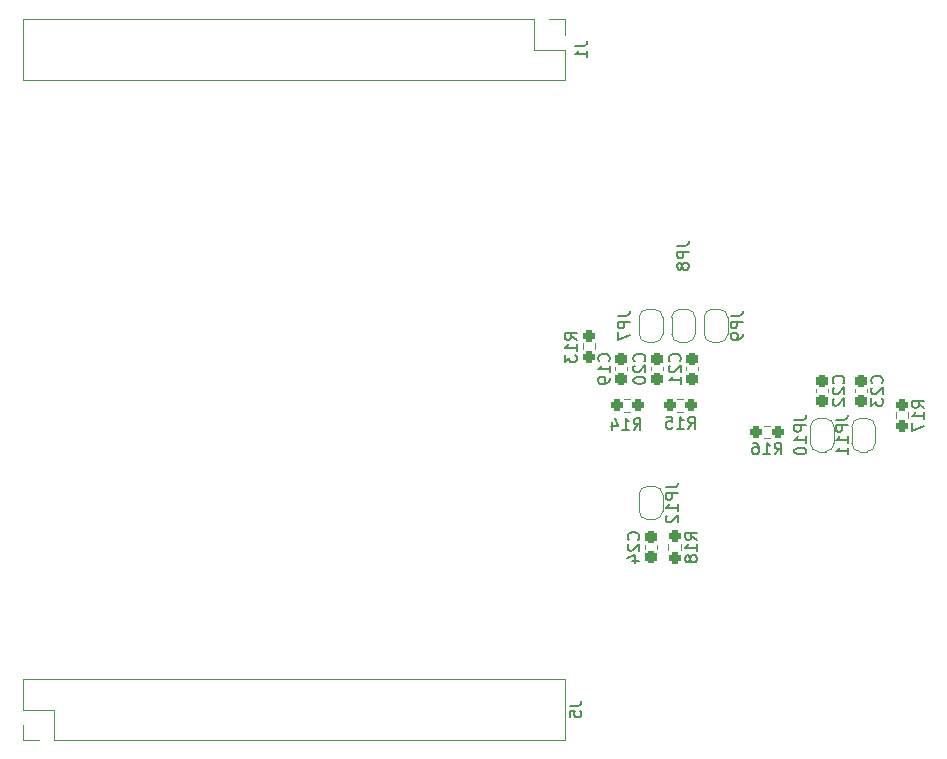
<source format=gbr>
G04 #@! TF.GenerationSoftware,KiCad,Pcbnew,7.0.10-7.0.10~ubuntu22.04.1*
G04 #@! TF.CreationDate,2024-01-06T14:45:44-05:00*
G04 #@! TF.ProjectId,Teensy41_DualMotor,5465656e-7379-4343-915f-4475616c4d6f,1*
G04 #@! TF.SameCoordinates,Original*
G04 #@! TF.FileFunction,Legend,Bot*
G04 #@! TF.FilePolarity,Positive*
%FSLAX46Y46*%
G04 Gerber Fmt 4.6, Leading zero omitted, Abs format (unit mm)*
G04 Created by KiCad (PCBNEW 7.0.10-7.0.10~ubuntu22.04.1) date 2024-01-06 14:45:44*
%MOMM*%
%LPD*%
G01*
G04 APERTURE LIST*
G04 Aperture macros list*
%AMRoundRect*
0 Rectangle with rounded corners*
0 $1 Rounding radius*
0 $2 $3 $4 $5 $6 $7 $8 $9 X,Y pos of 4 corners*
0 Add a 4 corners polygon primitive as box body*
4,1,4,$2,$3,$4,$5,$6,$7,$8,$9,$2,$3,0*
0 Add four circle primitives for the rounded corners*
1,1,$1+$1,$2,$3*
1,1,$1+$1,$4,$5*
1,1,$1+$1,$6,$7*
1,1,$1+$1,$8,$9*
0 Add four rect primitives between the rounded corners*
20,1,$1+$1,$2,$3,$4,$5,0*
20,1,$1+$1,$4,$5,$6,$7,0*
20,1,$1+$1,$6,$7,$8,$9,0*
20,1,$1+$1,$8,$9,$2,$3,0*%
%AMFreePoly0*
4,1,19,0.500000,-0.750000,0.000000,-0.750000,0.000000,-0.744911,-0.071157,-0.744911,-0.207708,-0.704816,-0.327430,-0.627875,-0.420627,-0.520320,-0.479746,-0.390866,-0.500000,-0.250000,-0.500000,0.250000,-0.479746,0.390866,-0.420627,0.520320,-0.327430,0.627875,-0.207708,0.704816,-0.071157,0.744911,0.000000,0.744911,0.000000,0.750000,0.500000,0.750000,0.500000,-0.750000,0.500000,-0.750000,
$1*%
%AMFreePoly1*
4,1,19,0.000000,0.744911,0.071157,0.744911,0.207708,0.704816,0.327430,0.627875,0.420627,0.520320,0.479746,0.390866,0.500000,0.250000,0.500000,-0.250000,0.479746,-0.390866,0.420627,-0.520320,0.327430,-0.627875,0.207708,-0.704816,0.071157,-0.744911,0.000000,-0.744911,0.000000,-0.750000,-0.500000,-0.750000,-0.500000,0.750000,0.000000,0.750000,0.000000,0.744911,0.000000,0.744911,
$1*%
G04 Aperture macros list end*
%ADD10C,0.150000*%
%ADD11C,0.120000*%
%ADD12RoundRect,0.237500X0.237500X-0.250000X0.237500X0.250000X-0.237500X0.250000X-0.237500X-0.250000X0*%
%ADD13RoundRect,0.237500X-0.250000X-0.237500X0.250000X-0.237500X0.250000X0.237500X-0.250000X0.237500X0*%
%ADD14RoundRect,0.237500X-0.237500X0.250000X-0.237500X-0.250000X0.237500X-0.250000X0.237500X0.250000X0*%
%ADD15FreePoly0,90.000000*%
%ADD16FreePoly1,90.000000*%
%ADD17FreePoly0,270.000000*%
%ADD18FreePoly1,270.000000*%
%ADD19RoundRect,0.237500X-0.237500X0.300000X-0.237500X-0.300000X0.237500X-0.300000X0.237500X0.300000X0*%
%ADD20RoundRect,0.237500X0.237500X-0.300000X0.237500X0.300000X-0.237500X0.300000X-0.237500X-0.300000X0*%
%ADD21R,1.700000X1.700000*%
%ADD22O,1.700000X1.700000*%
%ADD23R,1.600000X1.600000*%
%ADD24C,1.600000*%
G04 APERTURE END LIST*
D10*
X83634819Y-127857142D02*
X83158628Y-127523809D01*
X83634819Y-127285714D02*
X82634819Y-127285714D01*
X82634819Y-127285714D02*
X82634819Y-127666666D01*
X82634819Y-127666666D02*
X82682438Y-127761904D01*
X82682438Y-127761904D02*
X82730057Y-127809523D01*
X82730057Y-127809523D02*
X82825295Y-127857142D01*
X82825295Y-127857142D02*
X82968152Y-127857142D01*
X82968152Y-127857142D02*
X83063390Y-127809523D01*
X83063390Y-127809523D02*
X83111009Y-127761904D01*
X83111009Y-127761904D02*
X83158628Y-127666666D01*
X83158628Y-127666666D02*
X83158628Y-127285714D01*
X83634819Y-128809523D02*
X83634819Y-128238095D01*
X83634819Y-128523809D02*
X82634819Y-128523809D01*
X82634819Y-128523809D02*
X82777676Y-128428571D01*
X82777676Y-128428571D02*
X82872914Y-128333333D01*
X82872914Y-128333333D02*
X82920533Y-128238095D01*
X83063390Y-129380952D02*
X83015771Y-129285714D01*
X83015771Y-129285714D02*
X82968152Y-129238095D01*
X82968152Y-129238095D02*
X82872914Y-129190476D01*
X82872914Y-129190476D02*
X82825295Y-129190476D01*
X82825295Y-129190476D02*
X82730057Y-129238095D01*
X82730057Y-129238095D02*
X82682438Y-129285714D01*
X82682438Y-129285714D02*
X82634819Y-129380952D01*
X82634819Y-129380952D02*
X82634819Y-129571428D01*
X82634819Y-129571428D02*
X82682438Y-129666666D01*
X82682438Y-129666666D02*
X82730057Y-129714285D01*
X82730057Y-129714285D02*
X82825295Y-129761904D01*
X82825295Y-129761904D02*
X82872914Y-129761904D01*
X82872914Y-129761904D02*
X82968152Y-129714285D01*
X82968152Y-129714285D02*
X83015771Y-129666666D01*
X83015771Y-129666666D02*
X83063390Y-129571428D01*
X83063390Y-129571428D02*
X83063390Y-129380952D01*
X83063390Y-129380952D02*
X83111009Y-129285714D01*
X83111009Y-129285714D02*
X83158628Y-129238095D01*
X83158628Y-129238095D02*
X83253866Y-129190476D01*
X83253866Y-129190476D02*
X83444342Y-129190476D01*
X83444342Y-129190476D02*
X83539580Y-129238095D01*
X83539580Y-129238095D02*
X83587200Y-129285714D01*
X83587200Y-129285714D02*
X83634819Y-129380952D01*
X83634819Y-129380952D02*
X83634819Y-129571428D01*
X83634819Y-129571428D02*
X83587200Y-129666666D01*
X83587200Y-129666666D02*
X83539580Y-129714285D01*
X83539580Y-129714285D02*
X83444342Y-129761904D01*
X83444342Y-129761904D02*
X83253866Y-129761904D01*
X83253866Y-129761904D02*
X83158628Y-129714285D01*
X83158628Y-129714285D02*
X83111009Y-129666666D01*
X83111009Y-129666666D02*
X83063390Y-129571428D01*
X102884819Y-116694642D02*
X102408628Y-116361309D01*
X102884819Y-116123214D02*
X101884819Y-116123214D01*
X101884819Y-116123214D02*
X101884819Y-116504166D01*
X101884819Y-116504166D02*
X101932438Y-116599404D01*
X101932438Y-116599404D02*
X101980057Y-116647023D01*
X101980057Y-116647023D02*
X102075295Y-116694642D01*
X102075295Y-116694642D02*
X102218152Y-116694642D01*
X102218152Y-116694642D02*
X102313390Y-116647023D01*
X102313390Y-116647023D02*
X102361009Y-116599404D01*
X102361009Y-116599404D02*
X102408628Y-116504166D01*
X102408628Y-116504166D02*
X102408628Y-116123214D01*
X102884819Y-117647023D02*
X102884819Y-117075595D01*
X102884819Y-117361309D02*
X101884819Y-117361309D01*
X101884819Y-117361309D02*
X102027676Y-117266071D01*
X102027676Y-117266071D02*
X102122914Y-117170833D01*
X102122914Y-117170833D02*
X102170533Y-117075595D01*
X101884819Y-117980357D02*
X101884819Y-118647023D01*
X101884819Y-118647023D02*
X102884819Y-118218452D01*
X90230357Y-120634819D02*
X90563690Y-120158628D01*
X90801785Y-120634819D02*
X90801785Y-119634819D01*
X90801785Y-119634819D02*
X90420833Y-119634819D01*
X90420833Y-119634819D02*
X90325595Y-119682438D01*
X90325595Y-119682438D02*
X90277976Y-119730057D01*
X90277976Y-119730057D02*
X90230357Y-119825295D01*
X90230357Y-119825295D02*
X90230357Y-119968152D01*
X90230357Y-119968152D02*
X90277976Y-120063390D01*
X90277976Y-120063390D02*
X90325595Y-120111009D01*
X90325595Y-120111009D02*
X90420833Y-120158628D01*
X90420833Y-120158628D02*
X90801785Y-120158628D01*
X89277976Y-120634819D02*
X89849404Y-120634819D01*
X89563690Y-120634819D02*
X89563690Y-119634819D01*
X89563690Y-119634819D02*
X89658928Y-119777676D01*
X89658928Y-119777676D02*
X89754166Y-119872914D01*
X89754166Y-119872914D02*
X89849404Y-119920533D01*
X88420833Y-119634819D02*
X88611309Y-119634819D01*
X88611309Y-119634819D02*
X88706547Y-119682438D01*
X88706547Y-119682438D02*
X88754166Y-119730057D01*
X88754166Y-119730057D02*
X88849404Y-119872914D01*
X88849404Y-119872914D02*
X88897023Y-120063390D01*
X88897023Y-120063390D02*
X88897023Y-120444342D01*
X88897023Y-120444342D02*
X88849404Y-120539580D01*
X88849404Y-120539580D02*
X88801785Y-120587200D01*
X88801785Y-120587200D02*
X88706547Y-120634819D01*
X88706547Y-120634819D02*
X88516071Y-120634819D01*
X88516071Y-120634819D02*
X88420833Y-120587200D01*
X88420833Y-120587200D02*
X88373214Y-120539580D01*
X88373214Y-120539580D02*
X88325595Y-120444342D01*
X88325595Y-120444342D02*
X88325595Y-120206247D01*
X88325595Y-120206247D02*
X88373214Y-120111009D01*
X88373214Y-120111009D02*
X88420833Y-120063390D01*
X88420833Y-120063390D02*
X88516071Y-120015771D01*
X88516071Y-120015771D02*
X88706547Y-120015771D01*
X88706547Y-120015771D02*
X88801785Y-120063390D01*
X88801785Y-120063390D02*
X88849404Y-120111009D01*
X88849404Y-120111009D02*
X88897023Y-120206247D01*
X82892857Y-118454819D02*
X83226190Y-117978628D01*
X83464285Y-118454819D02*
X83464285Y-117454819D01*
X83464285Y-117454819D02*
X83083333Y-117454819D01*
X83083333Y-117454819D02*
X82988095Y-117502438D01*
X82988095Y-117502438D02*
X82940476Y-117550057D01*
X82940476Y-117550057D02*
X82892857Y-117645295D01*
X82892857Y-117645295D02*
X82892857Y-117788152D01*
X82892857Y-117788152D02*
X82940476Y-117883390D01*
X82940476Y-117883390D02*
X82988095Y-117931009D01*
X82988095Y-117931009D02*
X83083333Y-117978628D01*
X83083333Y-117978628D02*
X83464285Y-117978628D01*
X81940476Y-118454819D02*
X82511904Y-118454819D01*
X82226190Y-118454819D02*
X82226190Y-117454819D01*
X82226190Y-117454819D02*
X82321428Y-117597676D01*
X82321428Y-117597676D02*
X82416666Y-117692914D01*
X82416666Y-117692914D02*
X82511904Y-117740533D01*
X81035714Y-117454819D02*
X81511904Y-117454819D01*
X81511904Y-117454819D02*
X81559523Y-117931009D01*
X81559523Y-117931009D02*
X81511904Y-117883390D01*
X81511904Y-117883390D02*
X81416666Y-117835771D01*
X81416666Y-117835771D02*
X81178571Y-117835771D01*
X81178571Y-117835771D02*
X81083333Y-117883390D01*
X81083333Y-117883390D02*
X81035714Y-117931009D01*
X81035714Y-117931009D02*
X80988095Y-118026247D01*
X80988095Y-118026247D02*
X80988095Y-118264342D01*
X80988095Y-118264342D02*
X81035714Y-118359580D01*
X81035714Y-118359580D02*
X81083333Y-118407200D01*
X81083333Y-118407200D02*
X81178571Y-118454819D01*
X81178571Y-118454819D02*
X81416666Y-118454819D01*
X81416666Y-118454819D02*
X81511904Y-118407200D01*
X81511904Y-118407200D02*
X81559523Y-118359580D01*
X78282857Y-118564819D02*
X78616190Y-118088628D01*
X78854285Y-118564819D02*
X78854285Y-117564819D01*
X78854285Y-117564819D02*
X78473333Y-117564819D01*
X78473333Y-117564819D02*
X78378095Y-117612438D01*
X78378095Y-117612438D02*
X78330476Y-117660057D01*
X78330476Y-117660057D02*
X78282857Y-117755295D01*
X78282857Y-117755295D02*
X78282857Y-117898152D01*
X78282857Y-117898152D02*
X78330476Y-117993390D01*
X78330476Y-117993390D02*
X78378095Y-118041009D01*
X78378095Y-118041009D02*
X78473333Y-118088628D01*
X78473333Y-118088628D02*
X78854285Y-118088628D01*
X77330476Y-118564819D02*
X77901904Y-118564819D01*
X77616190Y-118564819D02*
X77616190Y-117564819D01*
X77616190Y-117564819D02*
X77711428Y-117707676D01*
X77711428Y-117707676D02*
X77806666Y-117802914D01*
X77806666Y-117802914D02*
X77901904Y-117850533D01*
X76473333Y-117898152D02*
X76473333Y-118564819D01*
X76711428Y-117517200D02*
X76949523Y-118231485D01*
X76949523Y-118231485D02*
X76330476Y-118231485D01*
X73454819Y-110944642D02*
X72978628Y-110611309D01*
X73454819Y-110373214D02*
X72454819Y-110373214D01*
X72454819Y-110373214D02*
X72454819Y-110754166D01*
X72454819Y-110754166D02*
X72502438Y-110849404D01*
X72502438Y-110849404D02*
X72550057Y-110897023D01*
X72550057Y-110897023D02*
X72645295Y-110944642D01*
X72645295Y-110944642D02*
X72788152Y-110944642D01*
X72788152Y-110944642D02*
X72883390Y-110897023D01*
X72883390Y-110897023D02*
X72931009Y-110849404D01*
X72931009Y-110849404D02*
X72978628Y-110754166D01*
X72978628Y-110754166D02*
X72978628Y-110373214D01*
X73454819Y-111897023D02*
X73454819Y-111325595D01*
X73454819Y-111611309D02*
X72454819Y-111611309D01*
X72454819Y-111611309D02*
X72597676Y-111516071D01*
X72597676Y-111516071D02*
X72692914Y-111420833D01*
X72692914Y-111420833D02*
X72740533Y-111325595D01*
X72454819Y-112230357D02*
X72454819Y-112849404D01*
X72454819Y-112849404D02*
X72835771Y-112516071D01*
X72835771Y-112516071D02*
X72835771Y-112658928D01*
X72835771Y-112658928D02*
X72883390Y-112754166D01*
X72883390Y-112754166D02*
X72931009Y-112801785D01*
X72931009Y-112801785D02*
X73026247Y-112849404D01*
X73026247Y-112849404D02*
X73264342Y-112849404D01*
X73264342Y-112849404D02*
X73359580Y-112801785D01*
X73359580Y-112801785D02*
X73407200Y-112754166D01*
X73407200Y-112754166D02*
X73454819Y-112658928D01*
X73454819Y-112658928D02*
X73454819Y-112373214D01*
X73454819Y-112373214D02*
X73407200Y-112277976D01*
X73407200Y-112277976D02*
X73359580Y-112230357D01*
X81004819Y-123440476D02*
X81719104Y-123440476D01*
X81719104Y-123440476D02*
X81861961Y-123392857D01*
X81861961Y-123392857D02*
X81957200Y-123297619D01*
X81957200Y-123297619D02*
X82004819Y-123154762D01*
X82004819Y-123154762D02*
X82004819Y-123059524D01*
X82004819Y-123916667D02*
X81004819Y-123916667D01*
X81004819Y-123916667D02*
X81004819Y-124297619D01*
X81004819Y-124297619D02*
X81052438Y-124392857D01*
X81052438Y-124392857D02*
X81100057Y-124440476D01*
X81100057Y-124440476D02*
X81195295Y-124488095D01*
X81195295Y-124488095D02*
X81338152Y-124488095D01*
X81338152Y-124488095D02*
X81433390Y-124440476D01*
X81433390Y-124440476D02*
X81481009Y-124392857D01*
X81481009Y-124392857D02*
X81528628Y-124297619D01*
X81528628Y-124297619D02*
X81528628Y-123916667D01*
X82004819Y-125440476D02*
X82004819Y-124869048D01*
X82004819Y-125154762D02*
X81004819Y-125154762D01*
X81004819Y-125154762D02*
X81147676Y-125059524D01*
X81147676Y-125059524D02*
X81242914Y-124964286D01*
X81242914Y-124964286D02*
X81290533Y-124869048D01*
X81100057Y-125821429D02*
X81052438Y-125869048D01*
X81052438Y-125869048D02*
X81004819Y-125964286D01*
X81004819Y-125964286D02*
X81004819Y-126202381D01*
X81004819Y-126202381D02*
X81052438Y-126297619D01*
X81052438Y-126297619D02*
X81100057Y-126345238D01*
X81100057Y-126345238D02*
X81195295Y-126392857D01*
X81195295Y-126392857D02*
X81290533Y-126392857D01*
X81290533Y-126392857D02*
X81433390Y-126345238D01*
X81433390Y-126345238D02*
X82004819Y-125773810D01*
X82004819Y-125773810D02*
X82004819Y-126392857D01*
X95404819Y-117690476D02*
X96119104Y-117690476D01*
X96119104Y-117690476D02*
X96261961Y-117642857D01*
X96261961Y-117642857D02*
X96357200Y-117547619D01*
X96357200Y-117547619D02*
X96404819Y-117404762D01*
X96404819Y-117404762D02*
X96404819Y-117309524D01*
X96404819Y-118166667D02*
X95404819Y-118166667D01*
X95404819Y-118166667D02*
X95404819Y-118547619D01*
X95404819Y-118547619D02*
X95452438Y-118642857D01*
X95452438Y-118642857D02*
X95500057Y-118690476D01*
X95500057Y-118690476D02*
X95595295Y-118738095D01*
X95595295Y-118738095D02*
X95738152Y-118738095D01*
X95738152Y-118738095D02*
X95833390Y-118690476D01*
X95833390Y-118690476D02*
X95881009Y-118642857D01*
X95881009Y-118642857D02*
X95928628Y-118547619D01*
X95928628Y-118547619D02*
X95928628Y-118166667D01*
X96404819Y-119690476D02*
X96404819Y-119119048D01*
X96404819Y-119404762D02*
X95404819Y-119404762D01*
X95404819Y-119404762D02*
X95547676Y-119309524D01*
X95547676Y-119309524D02*
X95642914Y-119214286D01*
X95642914Y-119214286D02*
X95690533Y-119119048D01*
X96404819Y-120642857D02*
X96404819Y-120071429D01*
X96404819Y-120357143D02*
X95404819Y-120357143D01*
X95404819Y-120357143D02*
X95547676Y-120261905D01*
X95547676Y-120261905D02*
X95642914Y-120166667D01*
X95642914Y-120166667D02*
X95690533Y-120071429D01*
X91904819Y-117690476D02*
X92619104Y-117690476D01*
X92619104Y-117690476D02*
X92761961Y-117642857D01*
X92761961Y-117642857D02*
X92857200Y-117547619D01*
X92857200Y-117547619D02*
X92904819Y-117404762D01*
X92904819Y-117404762D02*
X92904819Y-117309524D01*
X92904819Y-118166667D02*
X91904819Y-118166667D01*
X91904819Y-118166667D02*
X91904819Y-118547619D01*
X91904819Y-118547619D02*
X91952438Y-118642857D01*
X91952438Y-118642857D02*
X92000057Y-118690476D01*
X92000057Y-118690476D02*
X92095295Y-118738095D01*
X92095295Y-118738095D02*
X92238152Y-118738095D01*
X92238152Y-118738095D02*
X92333390Y-118690476D01*
X92333390Y-118690476D02*
X92381009Y-118642857D01*
X92381009Y-118642857D02*
X92428628Y-118547619D01*
X92428628Y-118547619D02*
X92428628Y-118166667D01*
X92904819Y-119690476D02*
X92904819Y-119119048D01*
X92904819Y-119404762D02*
X91904819Y-119404762D01*
X91904819Y-119404762D02*
X92047676Y-119309524D01*
X92047676Y-119309524D02*
X92142914Y-119214286D01*
X92142914Y-119214286D02*
X92190533Y-119119048D01*
X91904819Y-120309524D02*
X91904819Y-120404762D01*
X91904819Y-120404762D02*
X91952438Y-120500000D01*
X91952438Y-120500000D02*
X92000057Y-120547619D01*
X92000057Y-120547619D02*
X92095295Y-120595238D01*
X92095295Y-120595238D02*
X92285771Y-120642857D01*
X92285771Y-120642857D02*
X92523866Y-120642857D01*
X92523866Y-120642857D02*
X92714342Y-120595238D01*
X92714342Y-120595238D02*
X92809580Y-120547619D01*
X92809580Y-120547619D02*
X92857200Y-120500000D01*
X92857200Y-120500000D02*
X92904819Y-120404762D01*
X92904819Y-120404762D02*
X92904819Y-120309524D01*
X92904819Y-120309524D02*
X92857200Y-120214286D01*
X92857200Y-120214286D02*
X92809580Y-120166667D01*
X92809580Y-120166667D02*
X92714342Y-120119048D01*
X92714342Y-120119048D02*
X92523866Y-120071429D01*
X92523866Y-120071429D02*
X92285771Y-120071429D01*
X92285771Y-120071429D02*
X92095295Y-120119048D01*
X92095295Y-120119048D02*
X92000057Y-120166667D01*
X92000057Y-120166667D02*
X91952438Y-120214286D01*
X91952438Y-120214286D02*
X91904819Y-120309524D01*
X86504819Y-108916666D02*
X87219104Y-108916666D01*
X87219104Y-108916666D02*
X87361961Y-108869047D01*
X87361961Y-108869047D02*
X87457200Y-108773809D01*
X87457200Y-108773809D02*
X87504819Y-108630952D01*
X87504819Y-108630952D02*
X87504819Y-108535714D01*
X87504819Y-109392857D02*
X86504819Y-109392857D01*
X86504819Y-109392857D02*
X86504819Y-109773809D01*
X86504819Y-109773809D02*
X86552438Y-109869047D01*
X86552438Y-109869047D02*
X86600057Y-109916666D01*
X86600057Y-109916666D02*
X86695295Y-109964285D01*
X86695295Y-109964285D02*
X86838152Y-109964285D01*
X86838152Y-109964285D02*
X86933390Y-109916666D01*
X86933390Y-109916666D02*
X86981009Y-109869047D01*
X86981009Y-109869047D02*
X87028628Y-109773809D01*
X87028628Y-109773809D02*
X87028628Y-109392857D01*
X87504819Y-110440476D02*
X87504819Y-110630952D01*
X87504819Y-110630952D02*
X87457200Y-110726190D01*
X87457200Y-110726190D02*
X87409580Y-110773809D01*
X87409580Y-110773809D02*
X87266723Y-110869047D01*
X87266723Y-110869047D02*
X87076247Y-110916666D01*
X87076247Y-110916666D02*
X86695295Y-110916666D01*
X86695295Y-110916666D02*
X86600057Y-110869047D01*
X86600057Y-110869047D02*
X86552438Y-110821428D01*
X86552438Y-110821428D02*
X86504819Y-110726190D01*
X86504819Y-110726190D02*
X86504819Y-110535714D01*
X86504819Y-110535714D02*
X86552438Y-110440476D01*
X86552438Y-110440476D02*
X86600057Y-110392857D01*
X86600057Y-110392857D02*
X86695295Y-110345238D01*
X86695295Y-110345238D02*
X86933390Y-110345238D01*
X86933390Y-110345238D02*
X87028628Y-110392857D01*
X87028628Y-110392857D02*
X87076247Y-110440476D01*
X87076247Y-110440476D02*
X87123866Y-110535714D01*
X87123866Y-110535714D02*
X87123866Y-110726190D01*
X87123866Y-110726190D02*
X87076247Y-110821428D01*
X87076247Y-110821428D02*
X87028628Y-110869047D01*
X87028628Y-110869047D02*
X86933390Y-110916666D01*
X81954819Y-102986666D02*
X82669104Y-102986666D01*
X82669104Y-102986666D02*
X82811961Y-102939047D01*
X82811961Y-102939047D02*
X82907200Y-102843809D01*
X82907200Y-102843809D02*
X82954819Y-102700952D01*
X82954819Y-102700952D02*
X82954819Y-102605714D01*
X82954819Y-103462857D02*
X81954819Y-103462857D01*
X81954819Y-103462857D02*
X81954819Y-103843809D01*
X81954819Y-103843809D02*
X82002438Y-103939047D01*
X82002438Y-103939047D02*
X82050057Y-103986666D01*
X82050057Y-103986666D02*
X82145295Y-104034285D01*
X82145295Y-104034285D02*
X82288152Y-104034285D01*
X82288152Y-104034285D02*
X82383390Y-103986666D01*
X82383390Y-103986666D02*
X82431009Y-103939047D01*
X82431009Y-103939047D02*
X82478628Y-103843809D01*
X82478628Y-103843809D02*
X82478628Y-103462857D01*
X82383390Y-104605714D02*
X82335771Y-104510476D01*
X82335771Y-104510476D02*
X82288152Y-104462857D01*
X82288152Y-104462857D02*
X82192914Y-104415238D01*
X82192914Y-104415238D02*
X82145295Y-104415238D01*
X82145295Y-104415238D02*
X82050057Y-104462857D01*
X82050057Y-104462857D02*
X82002438Y-104510476D01*
X82002438Y-104510476D02*
X81954819Y-104605714D01*
X81954819Y-104605714D02*
X81954819Y-104796190D01*
X81954819Y-104796190D02*
X82002438Y-104891428D01*
X82002438Y-104891428D02*
X82050057Y-104939047D01*
X82050057Y-104939047D02*
X82145295Y-104986666D01*
X82145295Y-104986666D02*
X82192914Y-104986666D01*
X82192914Y-104986666D02*
X82288152Y-104939047D01*
X82288152Y-104939047D02*
X82335771Y-104891428D01*
X82335771Y-104891428D02*
X82383390Y-104796190D01*
X82383390Y-104796190D02*
X82383390Y-104605714D01*
X82383390Y-104605714D02*
X82431009Y-104510476D01*
X82431009Y-104510476D02*
X82478628Y-104462857D01*
X82478628Y-104462857D02*
X82573866Y-104415238D01*
X82573866Y-104415238D02*
X82764342Y-104415238D01*
X82764342Y-104415238D02*
X82859580Y-104462857D01*
X82859580Y-104462857D02*
X82907200Y-104510476D01*
X82907200Y-104510476D02*
X82954819Y-104605714D01*
X82954819Y-104605714D02*
X82954819Y-104796190D01*
X82954819Y-104796190D02*
X82907200Y-104891428D01*
X82907200Y-104891428D02*
X82859580Y-104939047D01*
X82859580Y-104939047D02*
X82764342Y-104986666D01*
X82764342Y-104986666D02*
X82573866Y-104986666D01*
X82573866Y-104986666D02*
X82478628Y-104939047D01*
X82478628Y-104939047D02*
X82431009Y-104891428D01*
X82431009Y-104891428D02*
X82383390Y-104796190D01*
X76954819Y-108916666D02*
X77669104Y-108916666D01*
X77669104Y-108916666D02*
X77811961Y-108869047D01*
X77811961Y-108869047D02*
X77907200Y-108773809D01*
X77907200Y-108773809D02*
X77954819Y-108630952D01*
X77954819Y-108630952D02*
X77954819Y-108535714D01*
X77954819Y-109392857D02*
X76954819Y-109392857D01*
X76954819Y-109392857D02*
X76954819Y-109773809D01*
X76954819Y-109773809D02*
X77002438Y-109869047D01*
X77002438Y-109869047D02*
X77050057Y-109916666D01*
X77050057Y-109916666D02*
X77145295Y-109964285D01*
X77145295Y-109964285D02*
X77288152Y-109964285D01*
X77288152Y-109964285D02*
X77383390Y-109916666D01*
X77383390Y-109916666D02*
X77431009Y-109869047D01*
X77431009Y-109869047D02*
X77478628Y-109773809D01*
X77478628Y-109773809D02*
X77478628Y-109392857D01*
X76954819Y-110297619D02*
X76954819Y-110964285D01*
X76954819Y-110964285D02*
X77954819Y-110535714D01*
X78679580Y-127857142D02*
X78727200Y-127809523D01*
X78727200Y-127809523D02*
X78774819Y-127666666D01*
X78774819Y-127666666D02*
X78774819Y-127571428D01*
X78774819Y-127571428D02*
X78727200Y-127428571D01*
X78727200Y-127428571D02*
X78631961Y-127333333D01*
X78631961Y-127333333D02*
X78536723Y-127285714D01*
X78536723Y-127285714D02*
X78346247Y-127238095D01*
X78346247Y-127238095D02*
X78203390Y-127238095D01*
X78203390Y-127238095D02*
X78012914Y-127285714D01*
X78012914Y-127285714D02*
X77917676Y-127333333D01*
X77917676Y-127333333D02*
X77822438Y-127428571D01*
X77822438Y-127428571D02*
X77774819Y-127571428D01*
X77774819Y-127571428D02*
X77774819Y-127666666D01*
X77774819Y-127666666D02*
X77822438Y-127809523D01*
X77822438Y-127809523D02*
X77870057Y-127857142D01*
X77870057Y-128238095D02*
X77822438Y-128285714D01*
X77822438Y-128285714D02*
X77774819Y-128380952D01*
X77774819Y-128380952D02*
X77774819Y-128619047D01*
X77774819Y-128619047D02*
X77822438Y-128714285D01*
X77822438Y-128714285D02*
X77870057Y-128761904D01*
X77870057Y-128761904D02*
X77965295Y-128809523D01*
X77965295Y-128809523D02*
X78060533Y-128809523D01*
X78060533Y-128809523D02*
X78203390Y-128761904D01*
X78203390Y-128761904D02*
X78774819Y-128190476D01*
X78774819Y-128190476D02*
X78774819Y-128809523D01*
X78108152Y-129666666D02*
X78774819Y-129666666D01*
X77727200Y-129428571D02*
X78441485Y-129190476D01*
X78441485Y-129190476D02*
X78441485Y-129809523D01*
X99289580Y-114607142D02*
X99337200Y-114559523D01*
X99337200Y-114559523D02*
X99384819Y-114416666D01*
X99384819Y-114416666D02*
X99384819Y-114321428D01*
X99384819Y-114321428D02*
X99337200Y-114178571D01*
X99337200Y-114178571D02*
X99241961Y-114083333D01*
X99241961Y-114083333D02*
X99146723Y-114035714D01*
X99146723Y-114035714D02*
X98956247Y-113988095D01*
X98956247Y-113988095D02*
X98813390Y-113988095D01*
X98813390Y-113988095D02*
X98622914Y-114035714D01*
X98622914Y-114035714D02*
X98527676Y-114083333D01*
X98527676Y-114083333D02*
X98432438Y-114178571D01*
X98432438Y-114178571D02*
X98384819Y-114321428D01*
X98384819Y-114321428D02*
X98384819Y-114416666D01*
X98384819Y-114416666D02*
X98432438Y-114559523D01*
X98432438Y-114559523D02*
X98480057Y-114607142D01*
X98480057Y-114988095D02*
X98432438Y-115035714D01*
X98432438Y-115035714D02*
X98384819Y-115130952D01*
X98384819Y-115130952D02*
X98384819Y-115369047D01*
X98384819Y-115369047D02*
X98432438Y-115464285D01*
X98432438Y-115464285D02*
X98480057Y-115511904D01*
X98480057Y-115511904D02*
X98575295Y-115559523D01*
X98575295Y-115559523D02*
X98670533Y-115559523D01*
X98670533Y-115559523D02*
X98813390Y-115511904D01*
X98813390Y-115511904D02*
X99384819Y-114940476D01*
X99384819Y-114940476D02*
X99384819Y-115559523D01*
X98384819Y-115892857D02*
X98384819Y-116511904D01*
X98384819Y-116511904D02*
X98765771Y-116178571D01*
X98765771Y-116178571D02*
X98765771Y-116321428D01*
X98765771Y-116321428D02*
X98813390Y-116416666D01*
X98813390Y-116416666D02*
X98861009Y-116464285D01*
X98861009Y-116464285D02*
X98956247Y-116511904D01*
X98956247Y-116511904D02*
X99194342Y-116511904D01*
X99194342Y-116511904D02*
X99289580Y-116464285D01*
X99289580Y-116464285D02*
X99337200Y-116416666D01*
X99337200Y-116416666D02*
X99384819Y-116321428D01*
X99384819Y-116321428D02*
X99384819Y-116035714D01*
X99384819Y-116035714D02*
X99337200Y-115940476D01*
X99337200Y-115940476D02*
X99289580Y-115892857D01*
X96039580Y-114607142D02*
X96087200Y-114559523D01*
X96087200Y-114559523D02*
X96134819Y-114416666D01*
X96134819Y-114416666D02*
X96134819Y-114321428D01*
X96134819Y-114321428D02*
X96087200Y-114178571D01*
X96087200Y-114178571D02*
X95991961Y-114083333D01*
X95991961Y-114083333D02*
X95896723Y-114035714D01*
X95896723Y-114035714D02*
X95706247Y-113988095D01*
X95706247Y-113988095D02*
X95563390Y-113988095D01*
X95563390Y-113988095D02*
X95372914Y-114035714D01*
X95372914Y-114035714D02*
X95277676Y-114083333D01*
X95277676Y-114083333D02*
X95182438Y-114178571D01*
X95182438Y-114178571D02*
X95134819Y-114321428D01*
X95134819Y-114321428D02*
X95134819Y-114416666D01*
X95134819Y-114416666D02*
X95182438Y-114559523D01*
X95182438Y-114559523D02*
X95230057Y-114607142D01*
X95230057Y-114988095D02*
X95182438Y-115035714D01*
X95182438Y-115035714D02*
X95134819Y-115130952D01*
X95134819Y-115130952D02*
X95134819Y-115369047D01*
X95134819Y-115369047D02*
X95182438Y-115464285D01*
X95182438Y-115464285D02*
X95230057Y-115511904D01*
X95230057Y-115511904D02*
X95325295Y-115559523D01*
X95325295Y-115559523D02*
X95420533Y-115559523D01*
X95420533Y-115559523D02*
X95563390Y-115511904D01*
X95563390Y-115511904D02*
X96134819Y-114940476D01*
X96134819Y-114940476D02*
X96134819Y-115559523D01*
X95230057Y-115940476D02*
X95182438Y-115988095D01*
X95182438Y-115988095D02*
X95134819Y-116083333D01*
X95134819Y-116083333D02*
X95134819Y-116321428D01*
X95134819Y-116321428D02*
X95182438Y-116416666D01*
X95182438Y-116416666D02*
X95230057Y-116464285D01*
X95230057Y-116464285D02*
X95325295Y-116511904D01*
X95325295Y-116511904D02*
X95420533Y-116511904D01*
X95420533Y-116511904D02*
X95563390Y-116464285D01*
X95563390Y-116464285D02*
X96134819Y-115892857D01*
X96134819Y-115892857D02*
X96134819Y-116511904D01*
X82179580Y-112744642D02*
X82227200Y-112697023D01*
X82227200Y-112697023D02*
X82274819Y-112554166D01*
X82274819Y-112554166D02*
X82274819Y-112458928D01*
X82274819Y-112458928D02*
X82227200Y-112316071D01*
X82227200Y-112316071D02*
X82131961Y-112220833D01*
X82131961Y-112220833D02*
X82036723Y-112173214D01*
X82036723Y-112173214D02*
X81846247Y-112125595D01*
X81846247Y-112125595D02*
X81703390Y-112125595D01*
X81703390Y-112125595D02*
X81512914Y-112173214D01*
X81512914Y-112173214D02*
X81417676Y-112220833D01*
X81417676Y-112220833D02*
X81322438Y-112316071D01*
X81322438Y-112316071D02*
X81274819Y-112458928D01*
X81274819Y-112458928D02*
X81274819Y-112554166D01*
X81274819Y-112554166D02*
X81322438Y-112697023D01*
X81322438Y-112697023D02*
X81370057Y-112744642D01*
X81370057Y-113125595D02*
X81322438Y-113173214D01*
X81322438Y-113173214D02*
X81274819Y-113268452D01*
X81274819Y-113268452D02*
X81274819Y-113506547D01*
X81274819Y-113506547D02*
X81322438Y-113601785D01*
X81322438Y-113601785D02*
X81370057Y-113649404D01*
X81370057Y-113649404D02*
X81465295Y-113697023D01*
X81465295Y-113697023D02*
X81560533Y-113697023D01*
X81560533Y-113697023D02*
X81703390Y-113649404D01*
X81703390Y-113649404D02*
X82274819Y-113077976D01*
X82274819Y-113077976D02*
X82274819Y-113697023D01*
X82274819Y-114649404D02*
X82274819Y-114077976D01*
X82274819Y-114363690D02*
X81274819Y-114363690D01*
X81274819Y-114363690D02*
X81417676Y-114268452D01*
X81417676Y-114268452D02*
X81512914Y-114173214D01*
X81512914Y-114173214D02*
X81560533Y-114077976D01*
X79179580Y-112744642D02*
X79227200Y-112697023D01*
X79227200Y-112697023D02*
X79274819Y-112554166D01*
X79274819Y-112554166D02*
X79274819Y-112458928D01*
X79274819Y-112458928D02*
X79227200Y-112316071D01*
X79227200Y-112316071D02*
X79131961Y-112220833D01*
X79131961Y-112220833D02*
X79036723Y-112173214D01*
X79036723Y-112173214D02*
X78846247Y-112125595D01*
X78846247Y-112125595D02*
X78703390Y-112125595D01*
X78703390Y-112125595D02*
X78512914Y-112173214D01*
X78512914Y-112173214D02*
X78417676Y-112220833D01*
X78417676Y-112220833D02*
X78322438Y-112316071D01*
X78322438Y-112316071D02*
X78274819Y-112458928D01*
X78274819Y-112458928D02*
X78274819Y-112554166D01*
X78274819Y-112554166D02*
X78322438Y-112697023D01*
X78322438Y-112697023D02*
X78370057Y-112744642D01*
X78370057Y-113125595D02*
X78322438Y-113173214D01*
X78322438Y-113173214D02*
X78274819Y-113268452D01*
X78274819Y-113268452D02*
X78274819Y-113506547D01*
X78274819Y-113506547D02*
X78322438Y-113601785D01*
X78322438Y-113601785D02*
X78370057Y-113649404D01*
X78370057Y-113649404D02*
X78465295Y-113697023D01*
X78465295Y-113697023D02*
X78560533Y-113697023D01*
X78560533Y-113697023D02*
X78703390Y-113649404D01*
X78703390Y-113649404D02*
X79274819Y-113077976D01*
X79274819Y-113077976D02*
X79274819Y-113697023D01*
X78274819Y-114316071D02*
X78274819Y-114411309D01*
X78274819Y-114411309D02*
X78322438Y-114506547D01*
X78322438Y-114506547D02*
X78370057Y-114554166D01*
X78370057Y-114554166D02*
X78465295Y-114601785D01*
X78465295Y-114601785D02*
X78655771Y-114649404D01*
X78655771Y-114649404D02*
X78893866Y-114649404D01*
X78893866Y-114649404D02*
X79084342Y-114601785D01*
X79084342Y-114601785D02*
X79179580Y-114554166D01*
X79179580Y-114554166D02*
X79227200Y-114506547D01*
X79227200Y-114506547D02*
X79274819Y-114411309D01*
X79274819Y-114411309D02*
X79274819Y-114316071D01*
X79274819Y-114316071D02*
X79227200Y-114220833D01*
X79227200Y-114220833D02*
X79179580Y-114173214D01*
X79179580Y-114173214D02*
X79084342Y-114125595D01*
X79084342Y-114125595D02*
X78893866Y-114077976D01*
X78893866Y-114077976D02*
X78655771Y-114077976D01*
X78655771Y-114077976D02*
X78465295Y-114125595D01*
X78465295Y-114125595D02*
X78370057Y-114173214D01*
X78370057Y-114173214D02*
X78322438Y-114220833D01*
X78322438Y-114220833D02*
X78274819Y-114316071D01*
X76179580Y-112744642D02*
X76227200Y-112697023D01*
X76227200Y-112697023D02*
X76274819Y-112554166D01*
X76274819Y-112554166D02*
X76274819Y-112458928D01*
X76274819Y-112458928D02*
X76227200Y-112316071D01*
X76227200Y-112316071D02*
X76131961Y-112220833D01*
X76131961Y-112220833D02*
X76036723Y-112173214D01*
X76036723Y-112173214D02*
X75846247Y-112125595D01*
X75846247Y-112125595D02*
X75703390Y-112125595D01*
X75703390Y-112125595D02*
X75512914Y-112173214D01*
X75512914Y-112173214D02*
X75417676Y-112220833D01*
X75417676Y-112220833D02*
X75322438Y-112316071D01*
X75322438Y-112316071D02*
X75274819Y-112458928D01*
X75274819Y-112458928D02*
X75274819Y-112554166D01*
X75274819Y-112554166D02*
X75322438Y-112697023D01*
X75322438Y-112697023D02*
X75370057Y-112744642D01*
X76274819Y-113697023D02*
X76274819Y-113125595D01*
X76274819Y-113411309D02*
X75274819Y-113411309D01*
X75274819Y-113411309D02*
X75417676Y-113316071D01*
X75417676Y-113316071D02*
X75512914Y-113220833D01*
X75512914Y-113220833D02*
X75560533Y-113125595D01*
X76274819Y-114173214D02*
X76274819Y-114363690D01*
X76274819Y-114363690D02*
X76227200Y-114458928D01*
X76227200Y-114458928D02*
X76179580Y-114506547D01*
X76179580Y-114506547D02*
X76036723Y-114601785D01*
X76036723Y-114601785D02*
X75846247Y-114649404D01*
X75846247Y-114649404D02*
X75465295Y-114649404D01*
X75465295Y-114649404D02*
X75370057Y-114601785D01*
X75370057Y-114601785D02*
X75322438Y-114554166D01*
X75322438Y-114554166D02*
X75274819Y-114458928D01*
X75274819Y-114458928D02*
X75274819Y-114268452D01*
X75274819Y-114268452D02*
X75322438Y-114173214D01*
X75322438Y-114173214D02*
X75370057Y-114125595D01*
X75370057Y-114125595D02*
X75465295Y-114077976D01*
X75465295Y-114077976D02*
X75703390Y-114077976D01*
X75703390Y-114077976D02*
X75798628Y-114125595D01*
X75798628Y-114125595D02*
X75846247Y-114173214D01*
X75846247Y-114173214D02*
X75893866Y-114268452D01*
X75893866Y-114268452D02*
X75893866Y-114458928D01*
X75893866Y-114458928D02*
X75846247Y-114554166D01*
X75846247Y-114554166D02*
X75798628Y-114601785D01*
X75798628Y-114601785D02*
X75703390Y-114649404D01*
X73344819Y-86026666D02*
X74059104Y-86026666D01*
X74059104Y-86026666D02*
X74201961Y-85979047D01*
X74201961Y-85979047D02*
X74297200Y-85883809D01*
X74297200Y-85883809D02*
X74344819Y-85740952D01*
X74344819Y-85740952D02*
X74344819Y-85645714D01*
X74344819Y-87026666D02*
X74344819Y-86455238D01*
X74344819Y-86740952D02*
X73344819Y-86740952D01*
X73344819Y-86740952D02*
X73487676Y-86645714D01*
X73487676Y-86645714D02*
X73582914Y-86550476D01*
X73582914Y-86550476D02*
X73630533Y-86455238D01*
X72860819Y-141906666D02*
X73575104Y-141906666D01*
X73575104Y-141906666D02*
X73717961Y-141859047D01*
X73717961Y-141859047D02*
X73813200Y-141763809D01*
X73813200Y-141763809D02*
X73860819Y-141620952D01*
X73860819Y-141620952D02*
X73860819Y-141525714D01*
X72860819Y-142859047D02*
X72860819Y-142382857D01*
X72860819Y-142382857D02*
X73337009Y-142335238D01*
X73337009Y-142335238D02*
X73289390Y-142382857D01*
X73289390Y-142382857D02*
X73241771Y-142478095D01*
X73241771Y-142478095D02*
X73241771Y-142716190D01*
X73241771Y-142716190D02*
X73289390Y-142811428D01*
X73289390Y-142811428D02*
X73337009Y-142859047D01*
X73337009Y-142859047D02*
X73432247Y-142906666D01*
X73432247Y-142906666D02*
X73670342Y-142906666D01*
X73670342Y-142906666D02*
X73765580Y-142859047D01*
X73765580Y-142859047D02*
X73813200Y-142811428D01*
X73813200Y-142811428D02*
X73860819Y-142716190D01*
X73860819Y-142716190D02*
X73860819Y-142478095D01*
X73860819Y-142478095D02*
X73813200Y-142382857D01*
X73813200Y-142382857D02*
X73765580Y-142335238D01*
D11*
X82272500Y-128754724D02*
X82272500Y-128245276D01*
X81227500Y-128754724D02*
X81227500Y-128245276D01*
X101522500Y-117592224D02*
X101522500Y-117082776D01*
X100477500Y-117592224D02*
X100477500Y-117082776D01*
X89332776Y-118227500D02*
X89842224Y-118227500D01*
X89332776Y-119272500D02*
X89842224Y-119272500D01*
X81995276Y-117022500D02*
X82504724Y-117022500D01*
X81995276Y-115977500D02*
X82504724Y-115977500D01*
X77495276Y-117022500D02*
X78004724Y-117022500D01*
X77495276Y-115977500D02*
X78004724Y-115977500D01*
X73977500Y-111245276D02*
X73977500Y-111754724D01*
X75022500Y-111245276D02*
X75022500Y-111754724D01*
X80750000Y-125450000D02*
X80750000Y-124050000D01*
X78750000Y-124050000D02*
X78750000Y-125450000D01*
X80050000Y-123350000D02*
X79450000Y-123350000D01*
X79450000Y-126150000D02*
X80050000Y-126150000D01*
X80750000Y-124050000D02*
G75*
G03*
X80050000Y-123350000I-700000J0D01*
G01*
X80050000Y-126150000D02*
G75*
G03*
X80750000Y-125450000I1J699999D01*
G01*
X78750000Y-125450000D02*
G75*
G03*
X79450000Y-126150000I699999J-1D01*
G01*
X79450000Y-123350000D02*
G75*
G03*
X78750000Y-124050000I0J-700000D01*
G01*
X96750000Y-118300000D02*
X96750000Y-119700000D01*
X98750000Y-119700000D02*
X98750000Y-118300000D01*
X97450000Y-120400000D02*
X98050000Y-120400000D01*
X98050000Y-117600000D02*
X97450000Y-117600000D01*
X96750000Y-119700000D02*
G75*
G03*
X97450000Y-120400000I700000J0D01*
G01*
X97450000Y-117600000D02*
G75*
G03*
X96750000Y-118300000I-1J-699999D01*
G01*
X98750000Y-118300000D02*
G75*
G03*
X98050000Y-117600000I-699999J1D01*
G01*
X98050000Y-120400000D02*
G75*
G03*
X98750000Y-119700000I0J700000D01*
G01*
X93250000Y-118300000D02*
X93250000Y-119700000D01*
X95250000Y-119700000D02*
X95250000Y-118300000D01*
X93950000Y-120400000D02*
X94550000Y-120400000D01*
X94550000Y-117600000D02*
X93950000Y-117600000D01*
X93250000Y-119700000D02*
G75*
G03*
X93950000Y-120400000I700000J0D01*
G01*
X93950000Y-117600000D02*
G75*
G03*
X93250000Y-118300000I-1J-699999D01*
G01*
X95250000Y-118300000D02*
G75*
G03*
X94550000Y-117600000I-699999J1D01*
G01*
X94550000Y-120400000D02*
G75*
G03*
X95250000Y-119700000I0J700000D01*
G01*
X84950000Y-108350000D02*
G75*
G03*
X84250000Y-109050000I0J-700000D01*
G01*
X84250000Y-110450000D02*
G75*
G03*
X84950000Y-111150000I699999J-1D01*
G01*
X85550000Y-111150000D02*
G75*
G03*
X86250000Y-110450000I1J699999D01*
G01*
X86250000Y-109050000D02*
G75*
G03*
X85550000Y-108350000I-700000J0D01*
G01*
X84950000Y-111150000D02*
X85550000Y-111150000D01*
X85550000Y-108350000D02*
X84950000Y-108350000D01*
X84250000Y-109050000D02*
X84250000Y-110450000D01*
X86250000Y-110450000D02*
X86250000Y-109050000D01*
X82200000Y-108350000D02*
G75*
G03*
X81500000Y-109050000I0J-700000D01*
G01*
X81500000Y-110450000D02*
G75*
G03*
X82200000Y-111150000I699999J-1D01*
G01*
X82800000Y-111150000D02*
G75*
G03*
X83500000Y-110450000I1J699999D01*
G01*
X83500000Y-109050000D02*
G75*
G03*
X82800000Y-108350000I-700000J0D01*
G01*
X82200000Y-111150000D02*
X82800000Y-111150000D01*
X82800000Y-108350000D02*
X82200000Y-108350000D01*
X81500000Y-109050000D02*
X81500000Y-110450000D01*
X83500000Y-110450000D02*
X83500000Y-109050000D01*
X79450000Y-108350000D02*
G75*
G03*
X78750000Y-109050000I0J-700000D01*
G01*
X78750000Y-110450000D02*
G75*
G03*
X79450000Y-111150000I699999J-1D01*
G01*
X80050000Y-111150000D02*
G75*
G03*
X80750000Y-110450000I1J699999D01*
G01*
X80750000Y-109050000D02*
G75*
G03*
X80050000Y-108350000I-700000J0D01*
G01*
X79450000Y-111150000D02*
X80050000Y-111150000D01*
X80050000Y-108350000D02*
X79450000Y-108350000D01*
X78750000Y-109050000D02*
X78750000Y-110450000D01*
X80750000Y-110450000D02*
X80750000Y-109050000D01*
X79240000Y-128353733D02*
X79240000Y-128646267D01*
X80260000Y-128353733D02*
X80260000Y-128646267D01*
X98010000Y-115396267D02*
X98010000Y-115103733D01*
X96990000Y-115396267D02*
X96990000Y-115103733D01*
X94760000Y-115396267D02*
X94760000Y-115103733D01*
X93740000Y-115396267D02*
X93740000Y-115103733D01*
X82740000Y-113241233D02*
X82740000Y-113533767D01*
X83760000Y-113241233D02*
X83760000Y-113533767D01*
X79740000Y-113241233D02*
X79740000Y-113533767D01*
X80760000Y-113241233D02*
X80760000Y-113533767D01*
X76740000Y-113241233D02*
X76740000Y-113533767D01*
X77760000Y-113241233D02*
X77760000Y-113533767D01*
X72450000Y-83760000D02*
X71120000Y-83760000D01*
X69850000Y-86360000D02*
X69850000Y-83760000D01*
X72450000Y-88960000D02*
X26610000Y-88960000D01*
X72450000Y-85090000D02*
X72450000Y-83760000D01*
X69850000Y-83760000D02*
X26610000Y-83760000D01*
X72450000Y-88960000D02*
X72450000Y-86360000D01*
X26610000Y-88960000D02*
X26610000Y-83760000D01*
X72450000Y-86360000D02*
X69850000Y-86360000D01*
X26610000Y-139640000D02*
X26610000Y-142240000D01*
X72450000Y-139640000D02*
X72450000Y-144840000D01*
X26610000Y-139640000D02*
X72450000Y-139640000D01*
X29210000Y-144840000D02*
X72450000Y-144840000D01*
X26610000Y-143510000D02*
X26610000Y-144840000D01*
X26610000Y-144840000D02*
X27940000Y-144840000D01*
X29210000Y-142240000D02*
X29210000Y-144840000D01*
X26610000Y-142240000D02*
X29210000Y-142240000D01*
%LPC*%
D12*
X81750000Y-129412500D03*
X81750000Y-127587500D03*
X101000000Y-118250000D03*
X101000000Y-116425000D03*
D13*
X90500000Y-118750000D03*
X88675000Y-118750000D03*
X81337500Y-116500000D03*
X83162500Y-116500000D03*
X76837500Y-116500000D03*
X78662500Y-116500000D03*
D14*
X74500000Y-110587500D03*
X74500000Y-112412500D03*
D15*
X79750000Y-125400000D03*
D16*
X79750000Y-124100000D03*
D17*
X97750000Y-118350000D03*
D18*
X97750000Y-119650000D03*
D17*
X94250000Y-118350000D03*
D18*
X94250000Y-119650000D03*
D16*
X85250000Y-109100000D03*
D15*
X85250000Y-110400000D03*
D16*
X82500000Y-109100000D03*
D15*
X82500000Y-110400000D03*
D16*
X79750000Y-109100000D03*
D15*
X79750000Y-110400000D03*
D19*
X79750000Y-127637500D03*
X79750000Y-129362500D03*
D20*
X97500000Y-116112500D03*
X97500000Y-114387500D03*
X94250000Y-116112500D03*
X94250000Y-114387500D03*
D19*
X83250000Y-112525000D03*
X83250000Y-114250000D03*
X80250000Y-112525000D03*
X80250000Y-114250000D03*
X77250000Y-112525000D03*
X77250000Y-114250000D03*
D21*
X127000000Y-140970000D03*
D22*
X129540000Y-140970000D03*
X132080000Y-140970000D03*
X134620000Y-140970000D03*
X137160000Y-140970000D03*
D21*
X101600000Y-87630000D03*
D22*
X99060000Y-87630000D03*
X96520000Y-87630000D03*
X93980000Y-87630000D03*
X91440000Y-87630000D03*
D21*
X137160000Y-87630000D03*
D22*
X134620000Y-87630000D03*
X132080000Y-87630000D03*
X129540000Y-87630000D03*
X127000000Y-87630000D03*
D21*
X133330000Y-109160000D03*
D22*
X135870000Y-109160000D03*
X133330000Y-106620000D03*
X135870000Y-106620000D03*
X133330000Y-104080000D03*
X135870000Y-104080000D03*
X133330000Y-101540000D03*
X135870000Y-101540000D03*
X133330000Y-99000000D03*
X135870000Y-99000000D03*
D21*
X133350000Y-130780000D03*
D22*
X135890000Y-130780000D03*
X133350000Y-128240000D03*
X135890000Y-128240000D03*
X133350000Y-125700000D03*
X135890000Y-125700000D03*
X133350000Y-123160000D03*
X135890000Y-123160000D03*
X133350000Y-120620000D03*
X135890000Y-120620000D03*
D21*
X91440000Y-140970000D03*
D22*
X93980000Y-140970000D03*
X96520000Y-140970000D03*
X99060000Y-140970000D03*
X101600000Y-140970000D03*
D21*
X109220000Y-140995000D03*
D22*
X111760000Y-140995000D03*
X114300000Y-140995000D03*
X116840000Y-140995000D03*
X119380000Y-140995000D03*
D23*
X54610000Y-121920000D03*
D24*
X57150000Y-121920000D03*
X59690000Y-121920000D03*
X62230000Y-121920000D03*
X64770000Y-121920000D03*
X67310000Y-121920000D03*
X69850000Y-121920000D03*
X72390000Y-121920000D03*
X74930000Y-121920000D03*
X77470000Y-121920000D03*
X80010000Y-121920000D03*
X82550000Y-121920000D03*
X85090000Y-121920000D03*
X87630000Y-121920000D03*
X90170000Y-121920000D03*
X92710000Y-121920000D03*
X95250000Y-121920000D03*
X97790000Y-121920000D03*
X100330000Y-121920000D03*
X102870000Y-121920000D03*
X105410000Y-121920000D03*
X107950000Y-121920000D03*
X110490000Y-121920000D03*
X113030000Y-121920000D03*
X113030000Y-106680000D03*
X110490000Y-106680000D03*
X107950000Y-106680000D03*
X105410000Y-106680000D03*
X102870000Y-106680000D03*
X100330000Y-106680000D03*
X97790000Y-106680000D03*
X95250000Y-106680000D03*
X92710000Y-106680000D03*
X90170000Y-106680000D03*
X87630000Y-106680000D03*
X85090000Y-106680000D03*
X82550000Y-106680000D03*
X80010000Y-106680000D03*
X77470000Y-106680000D03*
X74930000Y-106680000D03*
X72390000Y-106680000D03*
X69850000Y-106680000D03*
X67310000Y-106680000D03*
X64770000Y-106680000D03*
X62230000Y-106680000D03*
X59690000Y-106680000D03*
X57150000Y-106680000D03*
X54610000Y-106680000D03*
D21*
X119350000Y-87630000D03*
D22*
X116810000Y-87630000D03*
X114270000Y-87630000D03*
X111730000Y-87630000D03*
X109190000Y-87630000D03*
D21*
X71120000Y-85090000D03*
D22*
X71120000Y-87630000D03*
X68580000Y-85090000D03*
X68580000Y-87630000D03*
X66040000Y-85090000D03*
X66040000Y-87630000D03*
X63500000Y-85090000D03*
X63500000Y-87630000D03*
X60960000Y-85090000D03*
X60960000Y-87630000D03*
X58420000Y-85090000D03*
X58420000Y-87630000D03*
X55880000Y-85090000D03*
X55880000Y-87630000D03*
X53340000Y-85090000D03*
X53340000Y-87630000D03*
X50800000Y-85090000D03*
X50800000Y-87630000D03*
X48260000Y-85090000D03*
X48260000Y-87630000D03*
X45720000Y-85090000D03*
X45720000Y-87630000D03*
X43180000Y-85090000D03*
X43180000Y-87630000D03*
X40640000Y-85090000D03*
X40640000Y-87630000D03*
X38100000Y-85090000D03*
X38100000Y-87630000D03*
X35560000Y-85090000D03*
X35560000Y-87630000D03*
X33020000Y-85090000D03*
X33020000Y-87630000D03*
X30480000Y-85090000D03*
X30480000Y-87630000D03*
X27940000Y-85090000D03*
X27940000Y-87630000D03*
D21*
X27940000Y-143510000D03*
D22*
X27940000Y-140970000D03*
X30480000Y-143510000D03*
X30480000Y-140970000D03*
X33020000Y-143510000D03*
X33020000Y-140970000D03*
X35560000Y-143510000D03*
X35560000Y-140970000D03*
X38100000Y-143510000D03*
X38100000Y-140970000D03*
X40640000Y-143510000D03*
X40640000Y-140970000D03*
X43180000Y-143510000D03*
X43180000Y-140970000D03*
X45720000Y-143510000D03*
X45720000Y-140970000D03*
X48260000Y-143510000D03*
X48260000Y-140970000D03*
X50800000Y-143510000D03*
X50800000Y-140970000D03*
X53340000Y-143510000D03*
X53340000Y-140970000D03*
X55880000Y-143510000D03*
X55880000Y-140970000D03*
X58420000Y-143510000D03*
X58420000Y-140970000D03*
X60960000Y-143510000D03*
X60960000Y-140970000D03*
X63500000Y-143510000D03*
X63500000Y-140970000D03*
X66040000Y-143510000D03*
X66040000Y-140970000D03*
X68580000Y-143510000D03*
X68580000Y-140970000D03*
X71120000Y-143510000D03*
X71120000Y-140970000D03*
%LPD*%
M02*

</source>
